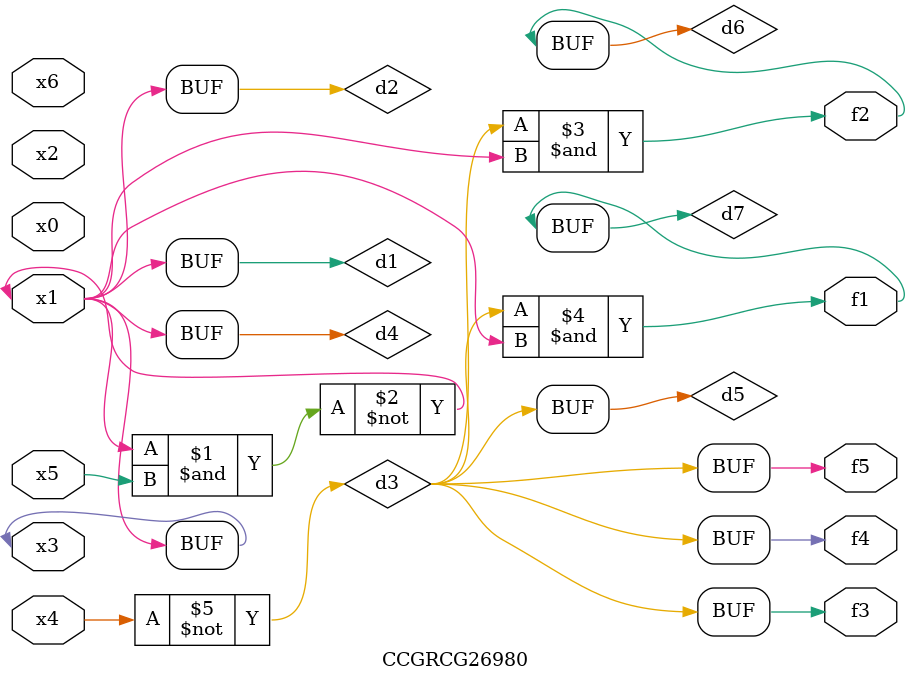
<source format=v>
module CCGRCG26980(
	input x0, x1, x2, x3, x4, x5, x6,
	output f1, f2, f3, f4, f5
);

	wire d1, d2, d3, d4, d5, d6, d7;

	buf (d1, x1, x3);
	nand (d2, x1, x5);
	not (d3, x4);
	buf (d4, d1, d2);
	buf (d5, d3);
	and (d6, d3, d4);
	and (d7, d3, d4);
	assign f1 = d7;
	assign f2 = d6;
	assign f3 = d5;
	assign f4 = d5;
	assign f5 = d5;
endmodule

</source>
